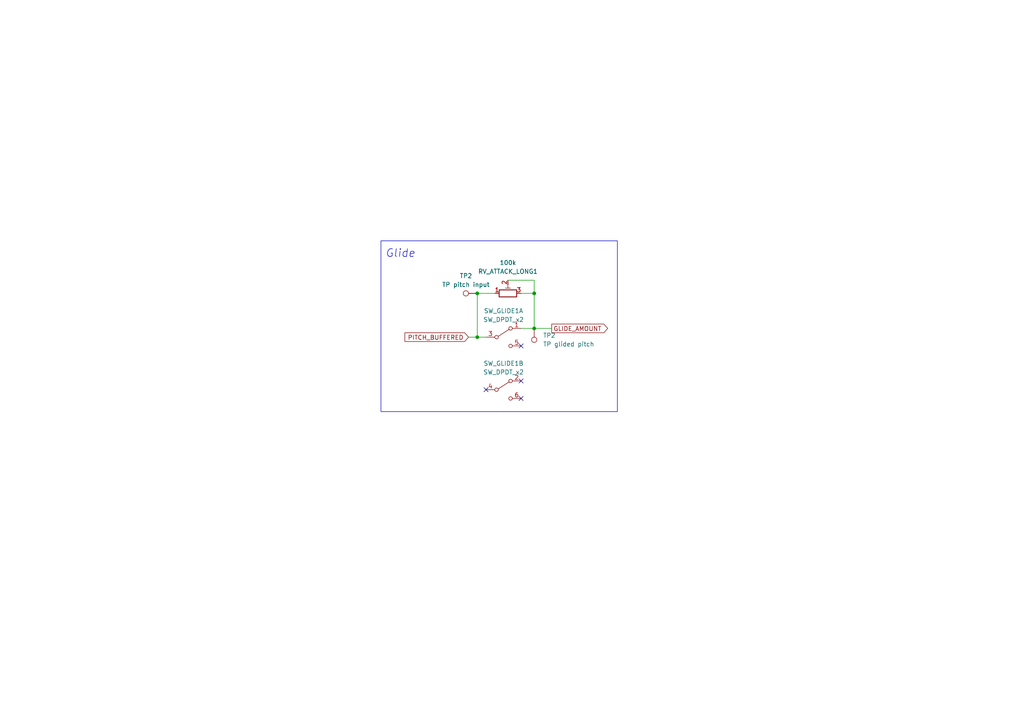
<source format=kicad_sch>
(kicad_sch (version 20231120) (generator "eeschema") (generator_version "8.0")
  (paper "A4")
  (lib_symbols
    (symbol "Connector:TestPoint" (pin_numbers hide) (pin_names (offset 0.762) hide)
      (property "Reference" "TP" (at 0 6.858 0))
      (property "Value" "TestPoint" (at 0 5.08 0))
      (symbol "TestPoint_0_1"
        (circle (center 0 3.302) (radius 0.762))
      )
      (symbol "TestPoint_1_1"
        (pin passive line (at 0 0 90) (length 2.54) (name "1") (number "1"))
      )
    )
    (symbol "Device:R_Potentiometer_Trim" (pin_names (offset 1.016) hide)
      (property "Reference" "RV" (at -4.445 0 90))
      (property "Value" "R_Potentiometer_Trim" (at -2.54 0 90))
      (symbol "R_Potentiometer_Trim_0_1"
        (polyline (pts (xy 1.524 0.762) (xy 1.524 -0.762)))
        (polyline (pts (xy 2.54 0) (xy 1.524 0)))
        (rectangle (start 1.016 2.54) (end -1.016 -2.54) (stroke (width 0.254)))
      )
      (symbol "R_Potentiometer_Trim_1_1"
        (pin passive line (at 0 3.81 270) (length 1.27) (name "1") (number "1"))
        (pin passive line (at 3.81 0 180) (length 1.27) (name "2") (number "2"))
        (pin passive line (at 0 -3.81 90) (length 1.27) (name "3") (number "3"))
      )
    )
    (symbol "Shmoergh-Custom-Components:SW_DPDT_x2" (pin_names (offset 0) hide)
      (property "Reference" "SW" (at 0 4.318 0))
      (property "Value" "SW_DPDT_x2" (at 0 -5.08 0))
      (symbol "SW_DPDT_x2_0_0"
        (circle (center -2.032 0) (radius 0.508))
        (circle (center 2.032 -2.54) (radius 0.508))
      )
      (symbol "SW_DPDT_x2_0_1"
        (polyline (pts (xy -1.524 0.254) (xy 1.651 2.286)))
        (circle (center 2.032 2.54) (radius 0.508))
      )
      (symbol "SW_DPDT_x2_1_1"
        (pin passive line (at 5.08 2.54 180) (length 2.54) (name "A") (number "1"))
        (pin passive line (at -5.08 0 0) (length 2.54) (name "B") (number "3"))
        (pin passive line (at 5.08 -2.54 180) (length 2.54) (name "C") (number "5"))
      )
      (symbol "SW_DPDT_x2_2_1"
        (pin passive line (at 5.08 2.54 180) (length 2.54) (name "A") (number "2"))
        (pin passive line (at -5.08 0 0) (length 2.54) (name "B") (number "4"))
        (pin passive line (at 5.08 -2.54 180) (length 2.54) (name "C") (number "6"))
      )
    )
  )
  (junction (at 154.94 85.09))
  (junction (at 138.43 85.09))
  (junction (at 154.94 95.25))
  (junction (at 138.43 97.79))
  (no_connect (at 140.97 113.03))
  (no_connect (at 151.13 115.57))
  (no_connect (at 151.13 110.49))
  (no_connect (at 151.13 100.33))
  (wire (pts (xy 154.94 85.09) (xy 154.94 95.25)))
  (wire (pts (xy 151.13 95.25) (xy 154.94 95.25)))
  (wire (pts (xy 138.43 97.79) (xy 140.97 97.79)))
  (wire (pts (xy 138.43 85.09) (xy 138.43 97.79)))
  (wire (pts (xy 143.51 85.09) (xy 138.43 85.09)))
  (wire (pts (xy 135.89 97.79) (xy 138.43 97.79)))
  (wire (pts (xy 151.13 85.09) (xy 154.94 85.09)))
  (wire (pts (xy 154.94 95.25) (xy 160.02 95.25)))
  (wire (pts (xy 154.94 81.28) (xy 154.94 85.09)))
  (wire (pts (xy 147.32 81.28) (xy 154.94 81.28)))
  (rectangle (start 110.49 69.85) (end 179.07 119.38))
  (text "Glide" (at 111.76 74.93 0) (effects (font (size 2.27 2.27) (italic yes)) (justify left bottom)))
  (global_label "GLIDE_AMOUNT" (shape output) (at 160.02 95.25 0) (property "Intersheetrefs" "${INTERSHEET_REFS}" (effects (hide yes))))
  (global_label "PITCH_BUFFERED" (shape input) (at 135.89 97.79 180) (property "Intersheetrefs" "${INTERSHEET_REFS}" (effects (hide yes))))
  (symbol (lib_id "Shmoergh-Custom-Components:SW_DPDT_x2") (at 146.05 97.79 0) (unit 1)
    (property "Reference" "SW_GLIDE1" (at 146.05 90.17 0))
    (property "Value" "SW_DPDT_x2" (at 146.05 92.71 0))
    (property "Footprint" "Shmoergh_Custom_Footprints:DPDT Korg Style Switch" (effects (hide yes)))
  )
  (symbol (lib_id "Connector:TestPoint") (at 154.94 95.25 180) (unit 1)
    (property "Reference" "TP2" (at 157.48 97.282 0) (effects (justify right)))
    (property "Value" "TP glided pitch" (at 157.48 99.822 0) (effects (justify right)))
    (property "Footprint" "TestPoint:TestPoint_THTPad_2.0x2.0mm_Drill1.0mm" (effects (hide yes)))
    (instances (project "ui-rev-3" (path "" (reference "TP2") (unit 1)) (path "" (reference "TP9") (unit 1))))
  )
  (symbol (lib_id "Shmoergh-Custom-Components:SW_DPDT_x2") (at 146.05 113.03 0) (unit 2)
    (property "Reference" "SW_GLIDE1" (at 146.05 105.41 0))
    (property "Value" "SW_DPDT_x2" (at 146.05 107.95 0))
    (property "Footprint" "Shmoergh_Custom_Footprints:DPDT Korg Style Switch" (effects (hide yes)))
  )
  (symbol (lib_id "Connector:TestPoint") (at 138.43 85.09 90) (unit 1)
    (property "Reference" "TP2" (at 135.128 80.01 90))
    (property "Value" "TP pitch input" (at 135.128 82.55 90))
    (property "Footprint" "TestPoint:TestPoint_THTPad_2.0x2.0mm_Drill1.0mm" (effects (hide yes)))
    (instances (project "ui-rev-3" (path "" (reference "TP2") (unit 1)) (path "" (reference "TP8") (unit 1))))
  )
  (symbol (lib_id "Device:R_Potentiometer_Trim") (at 147.32 85.09 90) (unit 1)
    (property "Reference" "RV_ATTACK_LONG1" (at 147.32 78.74 90))
    (property "Value" "100k" (at 147.32 76.2 90))
    (property "Footprint" "Potentiometer_THT:Potentiometer_Runtron_RM-065_Vertical" (effects (hide yes)))
    (instances (project "hog-f1-router" (path "" (reference "RV_ATTACK_LONG1") (unit 1))) (project "ui-rev-3" (path "" (reference "RV_ATTACK_LONG2") (unit 1)) (path "" (reference "RV_ATTACK_LONG1") (unit 1)) (path "" (reference "RV_GLIDE_AMNT1") (unit 1))))
  )
)
</source>
